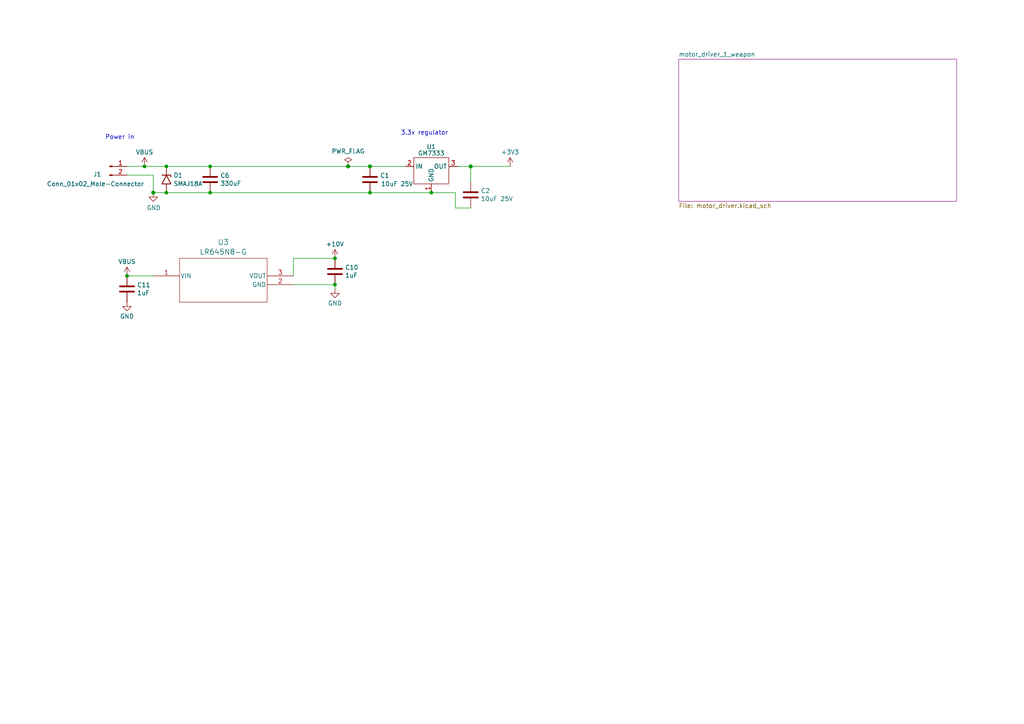
<source format=kicad_sch>
(kicad_sch (version 20231120) (generator "eeschema") (generator_version "8.0")
  (paper "A4")
  (title_block (title "Malenki-HV") (date "2022-11-12") (company "Mark Robson"))
  (lib_symbols
    (symbol "Diode:SMAJ18A" (pin_numbers hide) (pin_names (offset 1.016) hide)
      (property "Reference" "D" (at 0 2.54 0))
      (property "Value" "SMAJ18A" (at 0 -2.54 0))
      (symbol "SMAJ18A_0_1"
        (polyline (pts (xy -0.762 1.27) (xy -1.27 1.27) (xy -1.27 -1.27)) (stroke (width 0.254)))
        (polyline (pts (xy 1.27 1.27) (xy 1.27 -1.27) (xy -1.27 0) (xy 1.27 1.27)) (stroke (width 0.254)))
      )
      (symbol "SMAJ18A_1_1"
        (pin passive line (at -3.81 0 0) (length 2.54) (name "A1") (number "1"))
        (pin passive line (at 3.81 0 180) (length 2.54) (name "A2") (number "2"))
      )
    )
    (symbol "Sharkbite:GATEMODE_GM7333"
      (property "Reference" "U" (at -1.27 3.81 0))
      (property "Value" "GM7333" (at -1.27 2.54 0))
      (symbol "GATEMODE_GM7333_0_1"
        (rectangle (start -5.08 2.54) (end 5.08 -5.08))
      )
      (symbol "GATEMODE_GM7333_1_1"
        (pin input line (at 0 -7.62 90) (length 2.54) (name "GND") (number "1"))
        (pin input line (at -7.62 0 0) (length 2.54) (name "IN") (number "2"))
        (pin input line (at 7.62 0 180) (length 2.54) (name "OUT") (number "3"))
      )
    )
    (symbol "Sharkbite:LR645N8-G" (pin_names (offset 0.254))
      (property "Reference" "U" (at 20.32 10.16 0))
      (property "Value" "LR645N8-G" (at 20.32 7.62 0))
      (symbol "LR645N8-G_0_1"
        (polyline (pts (xy 7.62 -7.62) (xy 33.02 -7.62)) (stroke (width 0.127)))
        (polyline (pts (xy 7.62 5.08) (xy 7.62 -7.62)) (stroke (width 0.127)))
        (polyline (pts (xy 33.02 -7.62) (xy 33.02 5.08)) (stroke (width 0.127)))
        (polyline (pts (xy 33.02 5.08) (xy 7.62 5.08)) (stroke (width 0.127)))
        (pin input line (at 0 0 0) (length 7.62) (name "VIN") (number "1"))
        (pin power_out line (at 40.64 -2.54 180) (length 7.62) (name "GND") (number "2"))
        (pin output line (at 40.64 0 180) (length 7.62) (name "VOUT") (number "3"))
      )
    )
    (symbol "malenki-nano-rescue:C-Device" (pin_numbers hide) (pin_names (offset 0.254))
      (property "Reference" "C" (at 0.635 2.54 0))
      (property "Value" "C-Device" (at 0.635 -2.54 0))
      (symbol "C-Device_0_1"
        (polyline (pts (xy -2.032 -0.762) (xy 2.032 -0.762)) (stroke (width 0.508)))
        (polyline (pts (xy -2.032 0.762) (xy 2.032 0.762)) (stroke (width 0.508)))
      )
      (symbol "C-Device_1_1"
        (pin passive line (at 0 3.81 270) (length 2.794) (name "~") (number "1"))
        (pin passive line (at 0 -3.81 90) (length 2.794) (name "~") (number "2"))
      )
    )
    (symbol "malenki-nano-rescue:Conn_01x02_Male-Connector" (pin_names (offset 1.016) hide)
      (property "Reference" "J" (at 0 2.54 0))
      (property "Value" "Conn_01x02_Male-Connector" (at 0 -5.08 0))
      (symbol "Conn_01x02_Male-Connector_1_1"
        (polyline (pts (xy 1.27 -2.54) (xy 0.8636 -2.54)) (stroke (width 0.1524)))
        (polyline (pts (xy 1.27 0) (xy 0.8636 0)) (stroke (width 0.1524)))
        (rectangle (start 0.8636 -2.413) (end 0 -2.667) (stroke (width 0.1524)) (fill (type outline)))
        (rectangle (start 0.8636 0.127) (end 0 -0.127) (stroke (width 0.1524)) (fill (type outline)))
        (pin passive line (at 5.08 0 180) (length 3.81) (name "Pin_1") (number "1"))
        (pin passive line (at 5.08 -2.54 180) (length 3.81) (name "Pin_2") (number "2"))
      )
    )
    (symbol "malenki-nano-rescue:GND-power" (power) (pin_names (offset 0))
      (property "Value" "GND-power" (at 0 -3.81 0))
      (symbol "GND-power_0_1"
        (polyline (pts (xy 0 0) (xy 0 -1.27) (xy 1.27 -1.27) (xy 0 -2.54) (xy -1.27 -1.27) (xy 0 -1.27)))
      )
      (symbol "GND-power_1_1"
        (pin power_in line (at 0 0 270) (length 0) hide (name "GND") (number "1"))
      )
    )
    (symbol "malenki-nano-rescue:PWR_FLAG-power" (power) (pin_numbers hide) (pin_names (offset 0) hide)
      (property "Value" "PWR_FLAG-power" (at 0 3.81 0))
      (symbol "PWR_FLAG-power_0_0"
        (pin power_out line (at 0 0 90) (length 0) (name "pwr") (number "1"))
      )
      (symbol "PWR_FLAG-power_0_1"
        (polyline (pts (xy 0 0) (xy 0 1.27) (xy -1.016 1.905) (xy 0 2.54) (xy 1.016 1.905) (xy 0 1.27)))
      )
    )
    (symbol "power:+10V" (power) (pin_numbers hide) (pin_names (offset 0) hide)
      (property "Value" "+10V" (at 0 3.556 0))
      (symbol "+10V_0_1"
        (polyline (pts (xy -0.762 1.27) (xy 0 2.54)))
        (polyline (pts (xy 0 0) (xy 0 2.54)))
        (polyline (pts (xy 0 2.54) (xy 0.762 1.27)))
      )
      (symbol "+10V_1_1"
        (pin power_in line (at 0 0 90) (length 0) (name "~") (number "1"))
      )
    )
    (symbol "power:+3V3" (power) (pin_numbers hide) (pin_names (offset 0) hide)
      (property "Value" "+3V3" (at 0 3.556 0))
      (symbol "+3V3_0_1"
        (polyline (pts (xy -0.762 1.27) (xy 0 2.54)))
        (polyline (pts (xy 0 0) (xy 0 2.54)))
        (polyline (pts (xy 0 2.54) (xy 0.762 1.27)))
      )
      (symbol "+3V3_1_1"
        (pin power_in line (at 0 0 90) (length 0) (name "~") (number "1"))
      )
    )
    (symbol "power:GND" (power) (pin_numbers hide) (pin_names (offset 0) hide)
      (property "Value" "GND" (at 0 -3.81 0))
      (symbol "GND_0_1"
        (polyline (pts (xy 0 0) (xy 0 -1.27) (xy 1.27 -1.27) (xy 0 -2.54) (xy -1.27 -1.27) (xy 0 -1.27)))
      )
      (symbol "GND_1_1"
        (pin power_in line (at 0 0 270) (length 0) (name "~") (number "1"))
      )
    )
    (symbol "power:VBUS" (power) (pin_numbers hide) (pin_names (offset 0) hide)
      (property "Value" "VBUS" (at 0 3.556 0))
      (symbol "VBUS_0_1"
        (polyline (pts (xy -0.762 1.27) (xy 0 2.54)))
        (polyline (pts (xy 0 0) (xy 0 2.54)))
        (polyline (pts (xy 0 2.54) (xy 0.762 1.27)))
      )
      (symbol "VBUS_1_1"
        (pin power_in line (at 0 0 90) (length 0) (name "~") (number "1"))
      )
    )
  )
  (junction (at 41.91 48.26))
  (junction (at 60.96 55.88))
  (junction (at 107.315 55.88))
  (junction (at 60.96 48.26))
  (junction (at 36.83 80.01))
  (junction (at 48.26 48.26))
  (junction (at 97.155 74.93))
  (junction (at 125.095 55.88))
  (junction (at 136.525 48.26) (diameter 1.016))
  (junction (at 48.26 55.88))
  (junction (at 44.45 55.88) (diameter 1.016))
  (junction (at 97.155 82.55))
  (junction (at 100.965 48.26) (diameter 1.016))
  (junction (at 107.315 48.26) (diameter 1.016))
  (wire (pts (xy 48.26 48.26) (xy 60.96 48.26)))
  (wire (pts (xy 100.965 48.26) (xy 107.315 48.26)))
  (wire (pts (xy 85.09 82.55) (xy 97.155 82.55)))
  (wire (pts (xy 36.83 48.26) (xy 41.91 48.26)))
  (wire (pts (xy 36.83 80.01) (xy 44.45 80.01)))
  (wire (pts (xy 44.45 55.88) (xy 48.26 55.88)))
  (wire (pts (xy 107.315 55.88) (xy 125.095 55.88)))
  (wire (pts (xy 60.96 48.26) (xy 100.965 48.26)))
  (wire (pts (xy 97.155 82.55) (xy 97.155 83.82)))
  (wire (pts (xy 41.91 48.26) (xy 48.26 48.26)))
  (wire (pts (xy 48.26 55.88) (xy 60.96 55.88)))
  (wire (pts (xy 85.09 80.01) (xy 85.09 74.93)))
  (wire (pts (xy 132.08 60.325) (xy 136.525 60.325)))
  (wire (pts (xy 107.315 48.26) (xy 117.475 48.26)))
  (wire (pts (xy 136.525 52.705) (xy 136.525 48.26)))
  (wire (pts (xy 36.83 50.8) (xy 44.45 50.8)))
  (wire (pts (xy 132.715 48.26) (xy 136.525 48.26)))
  (wire (pts (xy 85.09 74.93) (xy 97.155 74.93)))
  (wire (pts (xy 132.08 55.88) (xy 132.08 60.325)))
  (wire (pts (xy 60.96 55.88) (xy 107.315 55.88)))
  (wire (pts (xy 44.45 50.8) (xy 44.45 55.88)))
  (wire (pts (xy 125.095 55.88) (xy 132.08 55.88)))
  (wire (pts (xy 136.525 48.26) (xy 147.955 48.26)))
  (text "Power in" (at 30.48 40.64 0) (effects (font (size 1.27 1.27)) (justify left bottom)))
  (text "3.3v regulator" (at 116.205 39.37 0) (effects (font (size 1.27 1.27)) (justify left bottom)))
  (symbol (lib_id "Diode:SMAJ18A") (at 48.26 52.07 270) (unit 1)
    (property "Reference" "D1" (at 50.292 50.8579 90) (effects (justify left)))
    (property "Value" "SMAJ18A" (at 50.292 53.2821 90) (effects (justify left)))
    (property "Footprint" "Diode_SMD:D_SMA" (effects (hide yes)))
    (property "Datasheet" "https://www.littelfuse.com/media?resourcetype=datasheets&itemid=75e32973-b177-4ee3-a0ff-cedaf1abdb93&filename=smaj-datasheet" (effects (hide yes)))
    (property "Description" "400W unidirectional Transient Voltage Suppressor, 18.0Vr, SMA(DO-214AC)" (effects (hide yes)))
    (property "LCSC" "C20883287" (effects (hide yes)))
  )
  (symbol (lib_id "power:GND") (at 36.83 87.63 0) (unit 1)
    (property "Reference" "#PWR09" (effects (hide yes)))
    (property "Value" "GND" (at 36.83 91.7631 0))
    (property "Description" "Power symbol creates a global label with name \"GND\" , ground" (effects (hide yes)))
  )
  (symbol (lib_id "malenki-nano-rescue:PWR_FLAG-power") (at 100.965 48.26 0) (unit 1)
    (property "Reference" "#FLG01" (effects (hide yes)))
    (property "Value" "PWR_FLAG" (at 100.965 43.8658 0))
  )
  (symbol (lib_id "power:+3V3") (at 147.955 48.26 0) (unit 1)
    (property "Reference" "#PWR02" (effects (hide yes)))
    (property "Value" "+3V3" (at 147.955 44.1269 0))
    (property "Description" "Power symbol creates a global label with name \"+3V3\"" (effects (hide yes)))
  )
  (symbol (lib_id "power:VBUS") (at 41.91 48.26 0) (unit 1)
    (property "Reference" "#PWR04" (effects (hide yes)))
    (property "Value" "VBUS" (at 41.91 44.1269 0))
    (property "Description" "Power symbol creates a global label with name \"VBUS\"" (effects (hide yes)))
  )
  (symbol (lib_id "malenki-nano-rescue:GND-power") (at 44.45 55.88 0) (unit 1)
    (property "Reference" "#PWR01" (effects (hide yes)))
    (property "Value" "GND" (at 44.577 60.2742 0))
  )
  (symbol (lib_id "power:VBUS") (at 36.83 80.01 0) (unit 1)
    (property "Reference" "#PWR011" (effects (hide yes)))
    (property "Value" "VBUS" (at 36.83 75.8769 0))
    (property "Description" "Power symbol creates a global label with name \"VBUS\"" (effects (hide yes)))
  )
  (symbol (lib_id "malenki-nano-rescue:Conn_01x02_Male-Connector") (at 31.75 48.26 0) (unit 1) (in_bom no)
    (property "Reference" "J1" (at 28.194 50.546 0))
    (property "Value" "Conn_01x02_Male-Connector" (at 27.686 53.34 0))
    (property "Footprint" "malenki-nano:malenkipower" (effects (hide yes)))
  )
  (symbol (lib_id "malenki-nano-rescue:C-Device") (at 97.155 78.74 0) (unit 1)
    (property "Reference" "C10" (at 100.076 77.5716 0) (effects (justify left)))
    (property "Value" "1uF" (at 100.076 79.883 0) (effects (justify left)))
    (property "Footprint" "Capacitor_SMD:C_0603_1608Metric" (effects (hide yes)))
    (property "LCSC" "C96446" (effects (hide yes)))
    (property "Manufacturer" "Samsung" (effects (hide yes)))
  )
  (symbol (lib_id "power:+10V") (at 97.155 74.93 0) (unit 1)
    (property "Reference" "#PWR010" (effects (hide yes)))
    (property "Value" "+10V" (at 97.155 70.7969 0))
    (property "Description" "Power symbol creates a global label with name \"+10V\"" (effects (hide yes)))
  )
  (symbol (lib_id "malenki-nano-rescue:C-Device") (at 36.83 83.82 0) (unit 1)
    (property "Reference" "C11" (at 39.751 82.6516 0) (effects (justify left)))
    (property "Value" "1uF" (at 39.751 84.963 0) (effects (justify left)))
    (property "Footprint" "Capacitor_SMD:C_0603_1608Metric" (effects (hide yes)))
    (property "LCSC" "C96446" (effects (hide yes)))
    (property "Manufacturer" "Samsung" (effects (hide yes)))
  )
  (symbol (lib_id "malenki-nano-rescue:C-Device") (at 136.525 56.515 0) (unit 1)
    (property "Reference" "C2" (at 139.446 55.3466 0) (effects (justify left)))
    (property "Value" "10uF 25V" (at 139.446 57.658 0) (effects (justify left)))
    (property "Footprint" "Capacitor_SMD:C_0603_1608Metric" (effects (hide yes)))
    (property "LCSC" "C96446" (effects (hide yes)))
    (property "Manufacturer" "Samsung" (effects (hide yes)))
  )
  (symbol (lib_id "malenki-nano-rescue:C-Device") (at 107.315 52.07 0) (unit 1)
    (property "Reference" "C1" (at 110.236 50.9016 0) (effects (justify left)))
    (property "Value" "10uF 25V" (at 110.49 53.34 0) (effects (justify left)))
    (property "Footprint" "Capacitor_SMD:C_0603_1608Metric" (effects (hide yes)))
    (property "LCSC" "C96446" (effects (hide yes)))
    (property "Manufacturer" "Samsung" (effects (hide yes)))
  )
  (symbol (lib_id "Sharkbite:GATEMODE_GM7333") (at 125.095 48.26 0) (unit 1)
    (property "Reference" "U1" (at 125.095 42.545 0))
    (property "Value" "GM7333" (at 125.095 44.45 0))
    (property "Footprint" "Package_TO_SOT_SMD:SOT-89-3" (effects (hide yes)))
    (property "Datasheet" "https://www.lcsc.com/datasheet/lcsc_datasheet_2308181508_GATEMODE-GM7333_C2833582.pdf" (effects (hide yes)))
    (property "LCSC" "C2833582" (effects (hide yes)))
  )
  (symbol (lib_id "malenki-nano-rescue:C-Device") (at 60.96 52.07 0) (unit 1)
    (property "Reference" "C6" (at 63.881 50.9016 0) (effects (justify left)))
    (property "Value" "330uF" (at 63.881 53.213 0) (effects (justify left)))
    (property "Footprint" "Capacitor_SMD:C_0603_1608Metric" (effects (hide yes)))
    (property "LCSC" "C96446" (effects (hide yes)))
    (property "Manufacturer" "Samsung" (effects (hide yes)))
  )
  (symbol (lib_id "power:GND") (at 97.155 83.82 0) (unit 1)
    (property "Reference" "#PWR07" (effects (hide yes)))
    (property "Value" "GND" (at 97.155 87.9531 0))
    (property "Description" "Power symbol creates a global label with name \"GND\" , ground" (effects (hide yes)))
  )
  (symbol (lib_id "Sharkbite:LR645N8-G") (at 44.45 80.01 0) (unit 1)
    (property "Reference" "U3" (at 64.77 70.2361 0) (effects (font (size 1.524 1.524))))
    (property "Value" "LR645N8-G" (at 64.77 73.069 0) (effects (font (size 1.524 1.524))))
    (property "Footprint" "TO-243AA_MCH" (effects (hide yes)))
    (property "Datasheet" "LR645N8-G" (effects (hide yes)))
  )
  (sheet (at 196.85 17.145) (size 80.645 41.275) (stroke (width 0.001) (color 132 0 132 1)) (fill (color 255 255 255 0.0000))
    (property "Sheetname" "motor_driver_1_weapon" (at 196.85 16.5091 0) (effects (justify left bottom)))
    (property "Sheetfile" "motor_driver.kicad_sch" (at 196.85 58.9289 0) (effects (justify left top)))
  )
)
</source>
